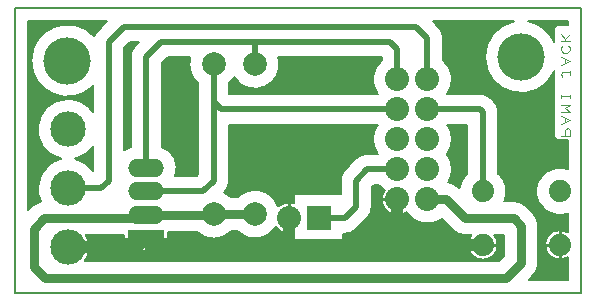
<source format=gbr>
G04 DesignSpark PCB Gerber Version 12.0 Build 5942*
%FSLAX34Y34*%
%MOIN*%
%ADD19R,0.07874X0.07874*%
%ADD17C,0.00394*%
%ADD10C,0.00500*%
%ADD11C,0.01000*%
%ADD14C,0.02000*%
%ADD13C,0.03000*%
%ADD12C,0.04000*%
%ADD71O,0.12000X0.06000*%
%ADD15O,0.11811X0.11811*%
%ADD21C,0.07400*%
%ADD20C,0.07874*%
%ADD18C,0.08000*%
%ADD16C,0.15748*%
%ADD70R,0.12000X0.06000*%
X0Y0D02*
D02*
D10*
X525Y275D02*
X19400D01*
Y9775D01*
X525D01*
Y275D01*
X969Y9331D02*
Y3042D01*
X1102Y3175D01*
G75*
G02*
X1387Y3331I404J-400D01*
G01*
G75*
G02*
X2073Y4752I910J437D01*
G01*
G75*
G02*
X2297Y6746I223J984D01*
G01*
G75*
G02*
X3131Y6304I0J-1009D01*
G01*
Y7176D01*
G75*
G02*
X1069Y8025I-856J849D01*
G01*
G75*
G02*
X3166Y8837I1206J0D01*
G01*
G75*
G02*
X3285Y9019I484J-188D01*
G01*
X3598Y9331D01*
X969D01*
G36*
X969Y9331D02*
Y3042D01*
X1102Y3175D01*
G75*
G02*
X1387Y3331I404J-400D01*
G01*
G75*
G02*
X2073Y4752I910J437D01*
G01*
G75*
G02*
X2297Y6746I223J984D01*
G01*
G75*
G02*
X3131Y6304I0J-1009D01*
G01*
Y7176D01*
G75*
G02*
X1069Y8025I-856J849D01*
G01*
G75*
G02*
X3166Y8837I1206J0D01*
G01*
G75*
G02*
X3285Y9019I484J-188D01*
G01*
X3598Y9331D01*
X969D01*
G37*
X2520Y4752D02*
G75*
G02*
X3131Y4336I-223J-984D01*
G01*
Y5169D01*
G75*
G02*
X2520Y4752I-835J567D01*
G01*
G36*
X2520Y4752D02*
G75*
G02*
X3131Y4336I-223J-984D01*
G01*
Y5169D01*
G75*
G02*
X2520Y4752I-835J567D01*
G01*
G37*
X2848Y1344D02*
X16664D01*
X16831Y1511D01*
Y2206D01*
X16497D01*
G75*
G02*
X16615Y1885I-377J-321D01*
G01*
G75*
G02*
X15625I-495J0D01*
G01*
G75*
G02*
X15743Y2206I495J0D01*
G01*
X15525D01*
G75*
G02*
X15121Y2375I0J569D01*
G01*
X14757Y2738D01*
G75*
G02*
X13578Y2971I-482J662D01*
G01*
G75*
G02*
X12846Y3703I-303J429D01*
G01*
G75*
G02*
X12642Y3881I429J697D01*
G01*
X12490D01*
X12419Y3810D01*
Y3150D01*
G75*
G02*
X12265Y2781I-519J0D01*
G01*
X11894Y2410D01*
G75*
G02*
X11525Y2256I-369J365D01*
G01*
X11462D01*
Y1963D01*
X9838D01*
Y2285D01*
G75*
G02*
X9218Y2476I-188J490D01*
G01*
G75*
G02*
X7945Y2331I-693J424D01*
G01*
X7730D01*
G75*
G02*
X6589Y2313I-580J569D01*
G01*
X5639D01*
G75*
G02*
X5625Y2302I-439J569D01*
G01*
Y1669D01*
X4175D01*
Y2206D01*
X2885D01*
G75*
G02*
X2848Y1344I-589J-407D01*
G01*
G36*
X2848Y1344D02*
X16664D01*
X16831Y1511D01*
Y2206D01*
X16497D01*
G75*
G02*
X16615Y1885I-377J-321D01*
G01*
G75*
G02*
X15625I-495J0D01*
G01*
G75*
G02*
X15743Y2206I495J0D01*
G01*
X15525D01*
G75*
G02*
X15121Y2375I0J569D01*
G01*
X14757Y2738D01*
G75*
G02*
X13578Y2971I-482J662D01*
G01*
G75*
G02*
X12846Y3703I-303J429D01*
G01*
G75*
G02*
X12642Y3881I429J697D01*
G01*
X12490D01*
X12419Y3810D01*
Y3150D01*
G75*
G02*
X12265Y2781I-519J0D01*
G01*
X11894Y2410D01*
G75*
G02*
X11525Y2256I-369J365D01*
G01*
X11462D01*
Y1963D01*
X9838D01*
Y2285D01*
G75*
G02*
X9218Y2476I-188J490D01*
G01*
G75*
G02*
X7945Y2331I-693J424D01*
G01*
X7730D01*
G75*
G02*
X6589Y2313I-580J569D01*
G01*
X5639D01*
G75*
G02*
X5625Y2302I-439J569D01*
G01*
Y1669D01*
X4175D01*
Y2206D01*
X2885D01*
G75*
G02*
X2848Y1344I-589J-407D01*
G01*
G37*
X4169Y8435D02*
Y5031D01*
G75*
G02*
X4381Y5141I431J-575D01*
G01*
Y8150D01*
G75*
G02*
X4535Y8519I519J0D01*
G01*
X4648Y8631D01*
X4365D01*
X4169Y8435D01*
G36*
X4169Y8435D02*
Y5031D01*
G75*
G02*
X4381Y5141I431J-575D01*
G01*
Y8150D01*
G75*
G02*
X4535Y8519I519J0D01*
G01*
X4648Y8631D01*
X4365D01*
X4169Y8435D01*
G37*
X5419Y7935D02*
Y5141D01*
G75*
G02*
X5867Y4187I-219J-685D01*
G01*
X6579D01*
X6631Y4240D01*
Y7275D01*
G75*
G02*
X6371Y8131I519J625D01*
G01*
X5615D01*
X5419Y7935D01*
G36*
X5419Y7935D02*
Y5141D01*
G75*
G02*
X5867Y4187I-219J-685D01*
G01*
X6579D01*
X6631Y4240D01*
Y7275D01*
G75*
G02*
X6371Y8131I519J625D01*
G01*
X5615D01*
X5419Y7935D01*
G37*
X7494Y3636D02*
G75*
G02*
X7730Y3469I-344J-736D01*
G01*
X7945D01*
G75*
G02*
X9294Y3161I580J-569D01*
G01*
G75*
G02*
X9838Y3265I356J-386D01*
G01*
Y3587D01*
X11381D01*
Y4025D01*
G75*
G02*
X11535Y4394I519J0D01*
G01*
X11906Y4765D01*
G75*
G02*
X12275Y4919I369J-365D01*
G01*
X12613D01*
G75*
G02*
Y5881I662J481D01*
G01*
X7669D01*
Y4025D01*
G75*
G02*
X7515Y3656I-519J0D01*
G01*
X7494Y3636D01*
G36*
X7494Y3636D02*
G75*
G02*
X7730Y3469I-344J-736D01*
G01*
X7945D01*
G75*
G02*
X9294Y3161I580J-569D01*
G01*
G75*
G02*
X9838Y3265I356J-386D01*
G01*
Y3587D01*
X11381D01*
Y4025D01*
G75*
G02*
X11535Y4394I519J0D01*
G01*
X11906Y4765D01*
G75*
G02*
X12275Y4919I369J-365D01*
G01*
X12613D01*
G75*
G02*
Y5881I662J481D01*
G01*
X7669D01*
Y4025D01*
G75*
G02*
X7515Y3656I-519J0D01*
G01*
X7494Y3636D01*
G37*
X7669Y7275D02*
Y6919D01*
X12613D01*
G75*
G02*
X12756Y8033I662J481D01*
G01*
Y8131D01*
X9304D01*
G75*
G02*
X7838Y7467I-779J-231D01*
G01*
G75*
G02*
X7669Y7275I-688J433D01*
G01*
G36*
X7669Y7275D02*
Y6919D01*
X12613D01*
G75*
G02*
X12756Y8033I662J481D01*
G01*
Y8131D01*
X9304D01*
G75*
G02*
X7838Y7467I-779J-231D01*
G01*
G75*
G02*
X7669Y7275I-688J433D01*
G01*
G37*
X14452Y9331D02*
X14640Y9144D01*
G75*
G02*
X14794Y8775I-365J-369D01*
G01*
Y8033D01*
G75*
G02*
X14937Y6919I-519J-633D01*
G01*
X16018D01*
G75*
G02*
X16392Y6767I7J-519D01*
G01*
X16480Y6679D01*
G75*
G02*
X16639Y6305I-360J-374D01*
G01*
Y4259D01*
G75*
G02*
X16840Y3344I-519J-594D01*
G01*
X17150D01*
G75*
G02*
X17554Y3175I0J-569D01*
G01*
X17800Y2929D01*
G75*
G02*
X17969Y2525I-400J-404D01*
G01*
Y1275D01*
G75*
G02*
X17800Y871I-569J0D01*
G01*
X17648Y719D01*
X18956D01*
Y1474D01*
G75*
G02*
X18185Y1885I-276J411D01*
G01*
G75*
G02*
X18956Y2296I495J0D01*
G01*
Y2926D01*
G75*
G02*
X17891Y3665I-276J739D01*
G01*
G75*
G02*
X18956Y4404I789J0D01*
G01*
Y5380D01*
X18630D01*
G75*
G02*
X18505Y5505I0J125D01*
G01*
Y7667D01*
G75*
G02*
X16194Y8150I-1105J483D01*
G01*
G75*
G02*
X17157Y9331I1206J0D01*
G01*
X14452D01*
G36*
X14452Y9331D02*
X14640Y9144D01*
G75*
G02*
X14794Y8775I-365J-369D01*
G01*
Y8033D01*
G75*
G02*
X14937Y6919I-519J-633D01*
G01*
X16018D01*
G75*
G02*
X16392Y6767I7J-519D01*
G01*
X16480Y6679D01*
G75*
G02*
X16639Y6305I-360J-374D01*
G01*
Y4259D01*
G75*
G02*
X16840Y3344I-519J-594D01*
G01*
X17150D01*
G75*
G02*
X17554Y3175I0J-569D01*
G01*
X17800Y2929D01*
G75*
G02*
X17969Y2525I-400J-404D01*
G01*
Y1275D01*
G75*
G02*
X17800Y871I-569J0D01*
G01*
X17648Y719D01*
X18956D01*
Y1474D01*
G75*
G02*
X18185Y1885I-276J411D01*
G01*
G75*
G02*
X18956Y2296I495J0D01*
G01*
Y2926D01*
G75*
G02*
X17891Y3665I-276J739D01*
G01*
G75*
G02*
X18956Y4404I789J0D01*
G01*
Y5380D01*
X18630D01*
G75*
G02*
X18505Y5505I0J125D01*
G01*
Y7667D01*
G75*
G02*
X16194Y8150I-1105J483D01*
G01*
G75*
G02*
X17157Y9331I1206J0D01*
G01*
X14452D01*
G37*
X14923Y4900D02*
G75*
G02*
X14968Y3965I-648J-500D01*
G01*
G75*
G02*
X15304Y3800I-68J-565D01*
G01*
X15338Y3766D01*
G75*
G02*
X15601Y4259I782J-101D01*
G01*
Y5881D01*
X14937D01*
G75*
G02*
X14923Y4900I-662J-481D01*
G01*
G36*
X14923Y4900D02*
G75*
G02*
X14968Y3965I-648J-500D01*
G01*
G75*
G02*
X15304Y3800I-68J-565D01*
G01*
X15338Y3766D01*
G75*
G02*
X15601Y4259I782J-101D01*
G01*
Y5881D01*
X14937D01*
G75*
G02*
X14923Y4900I-662J-481D01*
G01*
G37*
X17643Y9331D02*
G75*
G02*
X18505Y8633I-243J-1181D01*
G01*
Y9088D01*
G75*
G02*
X18630Y9213I125J0D01*
G01*
X18956D01*
Y9331D01*
X17643D01*
G36*
X17643Y9331D02*
G75*
G02*
X18505Y8633I-243J-1181D01*
G01*
Y9088D01*
G75*
G02*
X18630Y9213I125J0D01*
G01*
X18956D01*
Y9331D01*
X17643D01*
G37*
D02*
D11*
X2837Y1800D02*
X3037D01*
X4350Y2094D02*
X4150D01*
X4900Y1844D02*
Y1644D01*
X5450Y2094D02*
X5650D01*
X9650Y2425D02*
Y2225D01*
Y3125D02*
Y3325D01*
X12925Y3400D02*
X12725D01*
X13275Y3050D02*
Y2850D01*
X15800Y1885D02*
X15600D01*
X16440D02*
X16640D01*
X18360D02*
X18160D01*
X18680Y1565D02*
Y1365D01*
Y2205D02*
Y2405D01*
D02*
D12*
X2297Y1800D02*
X4606D01*
X4900Y2094D01*
X9650Y1885D02*
X5109D01*
X4900Y2094D01*
X9650Y2775D02*
Y1885D01*
X13275D02*
X9650D01*
X13275Y3400D02*
Y1885D01*
X16120D02*
X13275D01*
D02*
D13*
X4900Y2881D02*
Y2775D01*
X1506D01*
X1150Y2419D01*
Y1150D01*
X1525Y775D01*
X16900D01*
X17400Y1275D01*
Y2525D01*
X17150Y2775D01*
X15525D01*
X14900Y3400D01*
X14275D01*
X4900Y2881D02*
X7131D01*
X7150Y2900D01*
X8525D01*
D02*
D14*
X4900Y3669D02*
X6794D01*
X7150Y4025D01*
Y7900D01*
X4900Y4456D02*
Y8150D01*
X5400Y8650D01*
X8525D01*
X7150Y7900D02*
Y6650D01*
X7400Y6400D01*
X13275D01*
X8525Y7900D02*
Y8650D01*
X13025D01*
X13275Y8400D01*
Y7400D01*
X10650Y2775D02*
X11525D01*
X11900Y3150D01*
Y4025D01*
X12275Y4400D01*
X13275D01*
X14275Y7400D02*
Y8775D01*
X13900Y9150D01*
X4150D01*
X3650Y8650D01*
Y4025D01*
X3397Y3772D01*
X3272D01*
X3268Y3768D01*
X2297D01*
X16120Y3665D02*
Y6305D01*
X16025Y6400D01*
X14275D01*
D02*
D15*
X2297Y1800D03*
Y3768D03*
Y5737D03*
D02*
D16*
X2275Y8025D03*
X17400Y8150D03*
D02*
D17*
X18724Y5525D02*
X19019D01*
Y5697D01*
X18994Y5746D01*
X18945Y5771D01*
X18896Y5746D01*
X18871Y5697D01*
Y5525D01*
X18724Y5919D02*
X19019Y6042D01*
X18724Y6165D01*
X18847Y5968D02*
Y6116D01*
X18724Y6312D02*
X19019D01*
X18871Y6435D01*
X19019Y6558D01*
X18724D01*
Y6780D02*
Y6878D01*
Y6829D02*
X19019D01*
Y6780D02*
Y6878D01*
X18773Y7494D02*
X18748Y7518D01*
X18724Y7567D01*
X18748Y7617D01*
X18773Y7641D01*
X19019D01*
Y7690D01*
Y7641D02*
Y7543D01*
X18724Y7887D02*
X19019Y8010D01*
X18724Y8133D01*
X18847Y7936D02*
Y8084D01*
X18773Y8527D02*
X18748Y8502D01*
X18724Y8453D01*
Y8379D01*
X18748Y8330D01*
X18773Y8306D01*
X18822Y8281D01*
X18921D01*
X18970Y8306D01*
X18994Y8330D01*
X19019Y8379D01*
Y8453D01*
X18994Y8502D01*
X18970Y8527D01*
X18724Y8675D02*
X19019D01*
X18871D02*
Y8748D01*
X19019Y8921D01*
X18871Y8748D02*
X18724Y8921D01*
D02*
D18*
X9650Y2775D03*
X13275Y3400D03*
Y4400D03*
Y5400D03*
Y6400D03*
Y7400D03*
X14275Y3400D03*
Y4400D03*
Y5400D03*
Y6400D03*
Y7400D03*
D02*
D19*
X10650Y2775D03*
D02*
D70*
X4900Y2094D03*
D02*
D71*
Y2881D03*
Y3669D03*
Y4456D03*
D02*
D20*
X7150Y2900D03*
Y7900D03*
X8525Y2900D03*
Y7900D03*
D02*
D21*
X16120Y1885D03*
Y3665D03*
X18680Y1885D03*
Y3665D03*
X0Y0D02*
M02*

</source>
